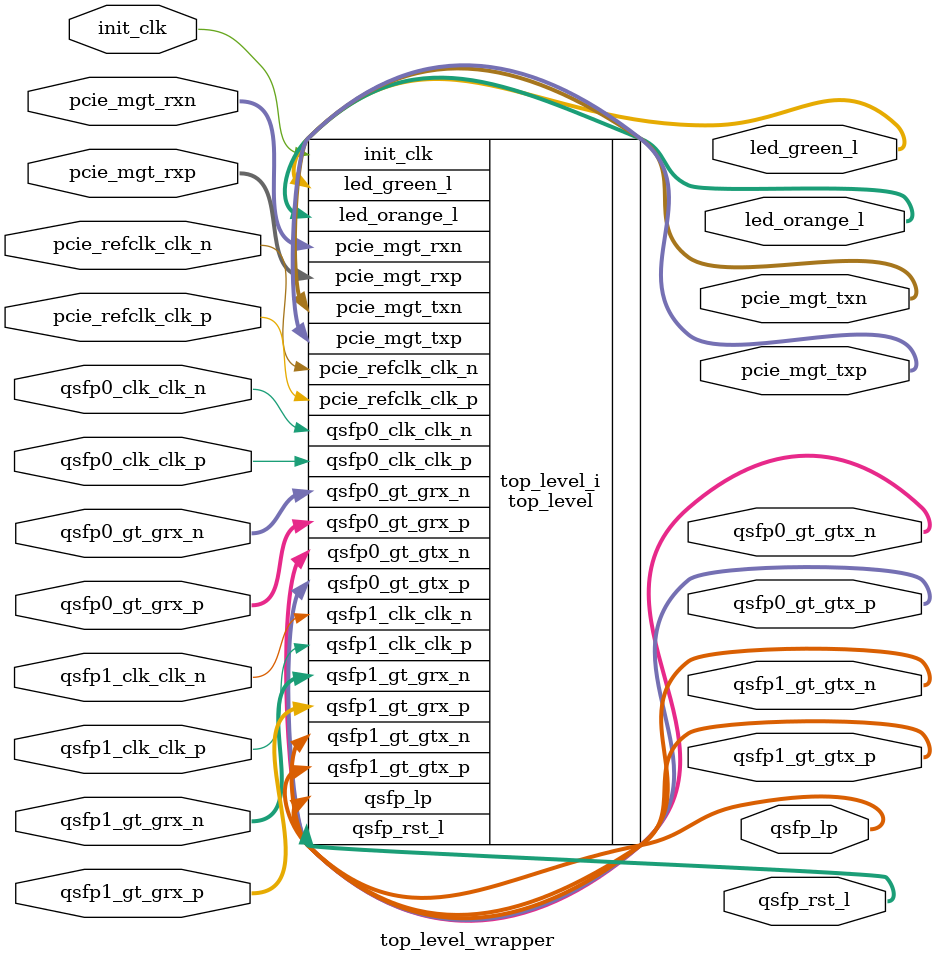
<source format=v>
`timescale 1 ps / 1 ps

module top_level_wrapper
   (init_clk,
    led_green_l,
    led_orange_l,
    pcie_mgt_rxn,
    pcie_mgt_rxp,
    pcie_mgt_txn,
    pcie_mgt_txp,
    pcie_refclk_clk_n,
    pcie_refclk_clk_p,
    qsfp0_clk_clk_n,
    qsfp0_clk_clk_p,
    qsfp0_gt_grx_n,
    qsfp0_gt_grx_p,
    qsfp0_gt_gtx_n,
    qsfp0_gt_gtx_p,
    qsfp1_clk_clk_n,
    qsfp1_clk_clk_p,
    qsfp1_gt_grx_n,
    qsfp1_gt_grx_p,
    qsfp1_gt_gtx_n,
    qsfp1_gt_gtx_p,
    qsfp_lp,
    qsfp_rst_l);
  input init_clk;
  output [3:0]led_green_l;
  output [3:0]led_orange_l;
  input [15:0]pcie_mgt_rxn;
  input [15:0]pcie_mgt_rxp;
  output [15:0]pcie_mgt_txn;
  output [15:0]pcie_mgt_txp;
  input [0:0]pcie_refclk_clk_n;
  input [0:0]pcie_refclk_clk_p;
  input qsfp0_clk_clk_n;
  input qsfp0_clk_clk_p;
  input [3:0]qsfp0_gt_grx_n;
  input [3:0]qsfp0_gt_grx_p;
  output [3:0]qsfp0_gt_gtx_n;
  output [3:0]qsfp0_gt_gtx_p;
  input qsfp1_clk_clk_n;
  input qsfp1_clk_clk_p;
  input [3:0]qsfp1_gt_grx_n;
  input [3:0]qsfp1_gt_grx_p;
  output [3:0]qsfp1_gt_gtx_n;
  output [3:0]qsfp1_gt_gtx_p;
  output [1:0]qsfp_lp;
  output [1:0]qsfp_rst_l;

  wire init_clk;
  wire [3:0]led_green_l;
  wire [3:0]led_orange_l;
  wire [15:0]pcie_mgt_rxn;
  wire [15:0]pcie_mgt_rxp;
  wire [15:0]pcie_mgt_txn;
  wire [15:0]pcie_mgt_txp;
  wire [0:0]pcie_refclk_clk_n;
  wire [0:0]pcie_refclk_clk_p;
  wire qsfp0_clk_clk_n;
  wire qsfp0_clk_clk_p;
  wire [3:0]qsfp0_gt_grx_n;
  wire [3:0]qsfp0_gt_grx_p;
  wire [3:0]qsfp0_gt_gtx_n;
  wire [3:0]qsfp0_gt_gtx_p;
  wire qsfp1_clk_clk_n;
  wire qsfp1_clk_clk_p;
  wire [3:0]qsfp1_gt_grx_n;
  wire [3:0]qsfp1_gt_grx_p;
  wire [3:0]qsfp1_gt_gtx_n;
  wire [3:0]qsfp1_gt_gtx_p;
  wire [1:0]qsfp_lp;
  wire [1:0]qsfp_rst_l;

  top_level top_level_i
       (.init_clk(init_clk),
        .led_green_l(led_green_l),
        .led_orange_l(led_orange_l),
        .pcie_mgt_rxn(pcie_mgt_rxn),
        .pcie_mgt_rxp(pcie_mgt_rxp),
        .pcie_mgt_txn(pcie_mgt_txn),
        .pcie_mgt_txp(pcie_mgt_txp),
        .pcie_refclk_clk_n(pcie_refclk_clk_n),
        .pcie_refclk_clk_p(pcie_refclk_clk_p),
        .qsfp0_clk_clk_n(qsfp0_clk_clk_n),
        .qsfp0_clk_clk_p(qsfp0_clk_clk_p),
        .qsfp0_gt_grx_n(qsfp0_gt_grx_n),
        .qsfp0_gt_grx_p(qsfp0_gt_grx_p),
        .qsfp0_gt_gtx_n(qsfp0_gt_gtx_n),
        .qsfp0_gt_gtx_p(qsfp0_gt_gtx_p),
        .qsfp1_clk_clk_n(qsfp1_clk_clk_n),
        .qsfp1_clk_clk_p(qsfp1_clk_clk_p),
        .qsfp1_gt_grx_n(qsfp1_gt_grx_n),
        .qsfp1_gt_grx_p(qsfp1_gt_grx_p),
        .qsfp1_gt_gtx_n(qsfp1_gt_gtx_n),
        .qsfp1_gt_gtx_p(qsfp1_gt_gtx_p),
        .qsfp_lp(qsfp_lp),
        .qsfp_rst_l(qsfp_rst_l));
endmodule

</source>
